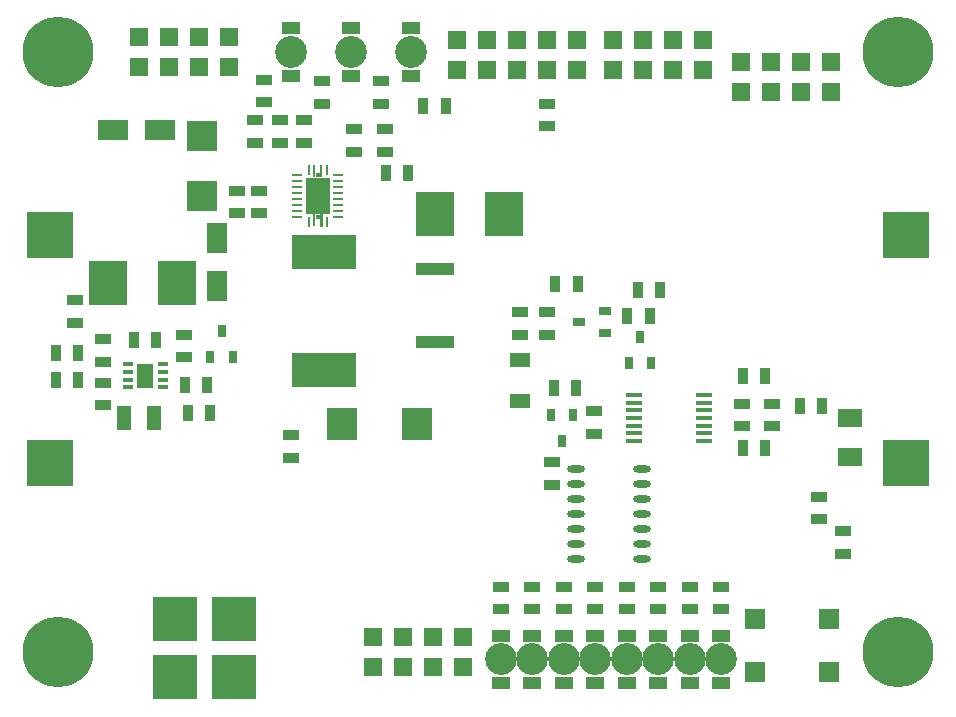
<source format=gbr>
G04 #@! TF.FileFunction,Soldermask,Bot*
%FSLAX46Y46*%
G04 Gerber Fmt 4.6, Leading zero omitted, Abs format (unit mm)*
G04 Created by KiCad (PCBNEW (2015-05-13 BZR 5653)-product) date 3. 12. 2015 7:33:34*
%MOMM*%
G01*
G04 APERTURE LIST*
%ADD10C,0.300000*%
%ADD11R,4.000000X4.000000*%
%ADD12R,1.397000X0.889000*%
%ADD13R,2.499360X2.550160*%
%ADD14R,0.889000X1.397000*%
%ADD15R,2.499360X1.800860*%
%ADD16R,1.800860X2.499360*%
%ADD17R,1.699260X1.300480*%
%ADD18R,1.524000X1.524000*%
%ADD19R,3.810000X3.810000*%
%ADD20R,5.500000X3.000000*%
%ADD21C,6.000000*%
%ADD22R,0.800100X1.000760*%
%ADD23R,1.000760X0.800100*%
%ADD24R,3.200000X1.000000*%
%ADD25R,2.032000X1.524000*%
%ADD26O,1.473200X0.609600*%
%ADD27R,1.676400X1.676400*%
%ADD28R,1.450000X0.450000*%
%ADD29R,0.850000X0.350000*%
%ADD30R,1.400000X2.000000*%
%ADD31R,2.550160X2.700020*%
%ADD32R,0.850000X0.280000*%
%ADD33R,2.050000X3.050000*%
%ADD34R,0.280000X0.850000*%
%ADD35R,0.280000X1.125000*%
%ADD36R,0.400000X0.450000*%
%ADD37C,0.600000*%
%ADD38R,3.330000X3.810000*%
%ADD39R,1.500000X1.050000*%
%ADD40C,2.700000*%
%ADD41R,1.200000X2.000000*%
G04 APERTURE END LIST*
D10*
D11*
X4390000Y40384000D03*
X76890000Y40384000D03*
X4390000Y21084000D03*
X76890000Y21084000D03*
D12*
X8890000Y27876500D03*
X8890000Y25971500D03*
D13*
X17272000Y43718480D03*
X17272000Y48768000D03*
D12*
X20193000Y44132500D03*
X20193000Y42227500D03*
X8890000Y31559500D03*
X8890000Y29654500D03*
D14*
X11493500Y31496000D03*
X13398500Y31496000D03*
D12*
X21717000Y48196500D03*
X21717000Y50101500D03*
X22098000Y44132500D03*
X22098000Y42227500D03*
X15748000Y30035500D03*
X15748000Y31940500D03*
X32766000Y47434500D03*
X32766000Y49339500D03*
X24765000Y23431500D03*
X24765000Y21526500D03*
X50419000Y25463500D03*
X50419000Y23558500D03*
X62992000Y26098500D03*
X62992000Y24193500D03*
X69469000Y18224500D03*
X69469000Y16319500D03*
D14*
X63055500Y22352000D03*
X64960500Y22352000D03*
X63055500Y28448000D03*
X64960500Y28448000D03*
D12*
X44196000Y33845500D03*
X44196000Y31940500D03*
X46863000Y21145500D03*
X46863000Y19240500D03*
D15*
X9718040Y49276000D03*
X13716000Y49276000D03*
D16*
X18542000Y40098980D03*
X18542000Y36101020D03*
D17*
X44196000Y26316940D03*
X44196000Y29817060D03*
D18*
X19558000Y57150000D03*
X19558000Y54610000D03*
X17018000Y57150000D03*
X17018000Y54610000D03*
X14478000Y57150000D03*
X14478000Y54610000D03*
X11938000Y57150000D03*
X11938000Y54610000D03*
X49022000Y54356000D03*
X49022000Y56896000D03*
X38862000Y56896000D03*
X38862000Y54356000D03*
X43942000Y54356000D03*
X43942000Y56896000D03*
X46482000Y54356000D03*
X46482000Y56896000D03*
X41402000Y54356000D03*
X41402000Y56896000D03*
X31750000Y3810000D03*
X31750000Y6350000D03*
X34290000Y3810000D03*
X34290000Y6350000D03*
X36830000Y3810000D03*
X36830000Y6350000D03*
X39370000Y3810000D03*
X39370000Y6350000D03*
D19*
X14939000Y7874000D03*
X19939000Y7874000D03*
X14939000Y2921000D03*
X19939000Y2921000D03*
D18*
X62865000Y52451000D03*
X62865000Y54991000D03*
X65405000Y52451000D03*
X65405000Y54991000D03*
X67945000Y52451000D03*
X67945000Y54991000D03*
X59690000Y56896000D03*
X59690000Y54356000D03*
X57150000Y56896000D03*
X57150000Y54356000D03*
X54610000Y56896000D03*
X54610000Y54356000D03*
X52070000Y56896000D03*
X52070000Y54356000D03*
D20*
X27559000Y38909000D03*
X27559000Y28909000D03*
D21*
X76200000Y5080000D03*
X5080000Y55880000D03*
X5080000Y5080000D03*
X76200000Y55880000D03*
D22*
X18923000Y32214820D03*
X17970500Y30015180D03*
X19875500Y30015180D03*
X47752000Y22903180D03*
X48704500Y25102820D03*
X46799500Y25102820D03*
X54356000Y31706820D03*
X53403500Y29507180D03*
X55308500Y29507180D03*
D23*
X49192180Y33020000D03*
X51391820Y32067500D03*
X51391820Y33972500D03*
D12*
X6477000Y32956500D03*
X6477000Y34861500D03*
D14*
X6794500Y28067000D03*
X4889500Y28067000D03*
X6794500Y30353000D03*
X4889500Y30353000D03*
D12*
X46482000Y51498500D03*
X46482000Y49593500D03*
D14*
X36004500Y51308000D03*
X37909500Y51308000D03*
D12*
X22479000Y51625500D03*
X22479000Y53530500D03*
X27432000Y51498500D03*
X27432000Y53403500D03*
X32385000Y51498500D03*
X32385000Y53403500D03*
D14*
X15811500Y27686000D03*
X17716500Y27686000D03*
X17970500Y25273000D03*
X16065500Y25273000D03*
D12*
X25908000Y48196500D03*
X25908000Y50101500D03*
X23876000Y48196500D03*
X23876000Y50101500D03*
D14*
X32829500Y45593000D03*
X34734500Y45593000D03*
D12*
X30099000Y49339500D03*
X30099000Y47434500D03*
D24*
X36957000Y37517000D03*
X36957000Y31317000D03*
D12*
X65532000Y24193500D03*
X65532000Y26098500D03*
D14*
X69786500Y25908000D03*
X67881500Y25908000D03*
D12*
X71501000Y13398500D03*
X71501000Y15303500D03*
D14*
X47053500Y27432000D03*
X48958500Y27432000D03*
D25*
X72136000Y21590000D03*
X72136000Y24892000D03*
D12*
X46482000Y31940500D03*
X46482000Y33845500D03*
D14*
X49085500Y36195000D03*
X47180500Y36195000D03*
X54165500Y35687000D03*
X56070500Y35687000D03*
X53276500Y33528000D03*
X55181500Y33528000D03*
D12*
X42545000Y8699500D03*
X42545000Y10604500D03*
X45212000Y8699500D03*
X45212000Y10604500D03*
X47879000Y8699500D03*
X47879000Y10604500D03*
X50546000Y8699500D03*
X50546000Y10604500D03*
X53213000Y8699500D03*
X53213000Y10604500D03*
X55880000Y8699500D03*
X55880000Y10604500D03*
X58547000Y8699500D03*
X58547000Y10604500D03*
D26*
X48895000Y12954000D03*
X48895000Y14224000D03*
X48895000Y15494000D03*
X48895000Y16764000D03*
X54483000Y16764000D03*
X54483000Y15494000D03*
X54483000Y14224000D03*
X54483000Y12954000D03*
X48895000Y18034000D03*
X48895000Y19304000D03*
X48895000Y20574000D03*
X54483000Y18034000D03*
X54483000Y19304000D03*
X54483000Y20574000D03*
D27*
X70333000Y7838000D03*
X70333000Y3338000D03*
X64033000Y7838000D03*
X64033000Y3338000D03*
D28*
X53819000Y22942000D03*
X53819000Y23592000D03*
X53819000Y24242000D03*
X53819000Y24892000D03*
X53819000Y25542000D03*
X53819000Y26192000D03*
X53819000Y26842000D03*
X59719000Y26842000D03*
X59719000Y26192000D03*
X59719000Y25542000D03*
X59719000Y24892000D03*
X59719000Y24242000D03*
X59719000Y23592000D03*
X59719000Y22942000D03*
D29*
X10971000Y28123000D03*
X10971000Y28773000D03*
X10971000Y29423000D03*
X13921000Y29423000D03*
X13921000Y28773000D03*
X13921000Y28123000D03*
X13921000Y27473000D03*
X10971000Y27473000D03*
D30*
X12446000Y28448000D03*
D31*
X35433000Y24384000D03*
X29083000Y24384000D03*
D18*
X70485000Y52451000D03*
X70485000Y54991000D03*
D32*
X25326000Y41938000D03*
D33*
X27051000Y43688000D03*
D32*
X25326000Y42438000D03*
X25326000Y42938000D03*
X25326000Y43438000D03*
X25326000Y43938000D03*
X25326000Y44438000D03*
X25326000Y44938000D03*
X25326000Y45438000D03*
D34*
X26301000Y45913000D03*
X27801000Y45913000D03*
D32*
X28776000Y45438000D03*
X28776000Y44938000D03*
X28776000Y44438000D03*
X28776000Y43938000D03*
X28776000Y43438000D03*
X28776000Y42938000D03*
X28776000Y42438000D03*
X28776000Y41938000D03*
D34*
X27801000Y41463000D03*
X26301000Y41463000D03*
D10*
G36*
X27491000Y41050500D02*
X27211000Y41050500D01*
X27211000Y42175500D01*
X27491000Y42175500D01*
X27491000Y41050500D01*
X27491000Y41050500D01*
G37*
D35*
X26751000Y41613000D03*
X26751000Y45763000D03*
X27351000Y45763000D03*
D36*
X27051000Y41938000D03*
X27051000Y45438000D03*
D37*
X27686000Y42545000D03*
X27686000Y44831000D03*
X26416000Y44831000D03*
X26416000Y42545000D03*
X27051000Y43688000D03*
D12*
X61214000Y8699500D03*
X61214000Y10604500D03*
D38*
X9282000Y36322000D03*
X15102000Y36322000D03*
X36968000Y42164000D03*
X42788000Y42164000D03*
D39*
X42545000Y2445000D03*
X42545000Y6445000D03*
D40*
X42545000Y4445000D03*
D39*
X45212000Y2445000D03*
X45212000Y6445000D03*
D40*
X45212000Y4445000D03*
D39*
X47879000Y2445000D03*
X47879000Y6445000D03*
D40*
X47879000Y4445000D03*
D39*
X50546000Y2445000D03*
X50546000Y6445000D03*
D40*
X50546000Y4445000D03*
D39*
X53213000Y2445000D03*
X53213000Y6445000D03*
D40*
X53213000Y4445000D03*
D39*
X55880000Y2445000D03*
X55880000Y6445000D03*
D40*
X55880000Y4445000D03*
D39*
X58547000Y2445000D03*
X58547000Y6445000D03*
D40*
X58547000Y4445000D03*
D39*
X61214000Y2445000D03*
X61214000Y6445000D03*
D40*
X61214000Y4445000D03*
D39*
X24765000Y53880000D03*
X24765000Y57880000D03*
D40*
X24765000Y55880000D03*
D39*
X29845000Y53880000D03*
X29845000Y57880000D03*
D40*
X29845000Y55880000D03*
D39*
X34925000Y53880000D03*
X34925000Y57880000D03*
D40*
X34925000Y55880000D03*
D41*
X10668000Y24892000D03*
X13208000Y24892000D03*
M02*

</source>
